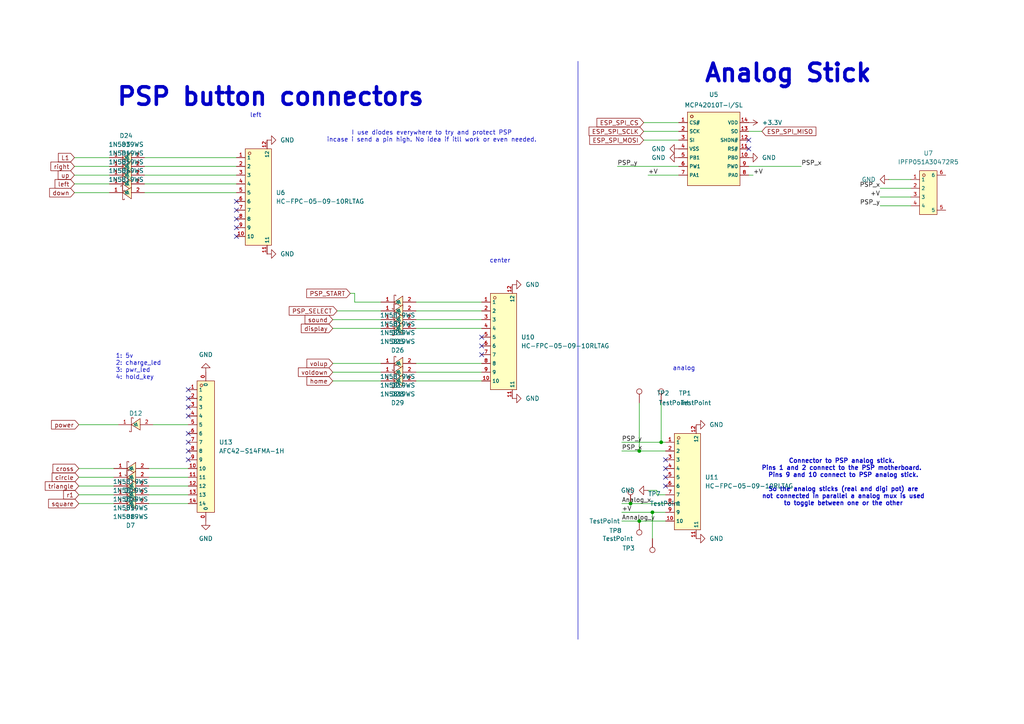
<source format=kicad_sch>
(kicad_sch (version 20231120) (generator "eeschema") (generator_version "8.0")
  (paper "A4")
  (title_block (title "PSP-Bluetooth") (date "2024-07-25") (rev "0.1") (comment 2 "https://github.com/ste2425/PSP-Bluetooth") (comment 4 "UNDER REVIEW - SUBJECT TO CHANGE"))
  (lib_symbols
    (symbol "Connector:TestPoint" (pin_numbers hide) (pin_names (offset 0.762) hide)
      (property "Reference" "TP" (at 0 6.858 0))
      (property "Value" "TestPoint" (at 0 5.08 0))
      (symbol "TestPoint_0_1"
        (circle (center 0 3.302) (radius 0.762))
      )
      (symbol "TestPoint_1_1"
        (pin passive line (at 0 0 90) (length 2.54) (name "1") (number "1"))
      )
    )
    (symbol "JLCPCB_schematic:1N5819WS"
      (property "Reference" "D" (at 0 1.27 0))
      (property "Value" "1N5819WS" (at 0 -2.54 0))
      (symbol "1N5819WS_0_1"
        (polyline (pts (xy -1.27 0) (xy -1.27 -2.032) (xy -0.762 -2.032) (xy -0.762 -1.778)))
        (polyline (pts (xy -1.27 0) (xy -1.27 2.032) (xy -1.778 2.032) (xy -1.778 1.778)))
        (polyline (pts (xy 1.27 1.524) (xy -1.27 0) (xy 1.27 -1.778) (xy 1.27 1.524)) (fill (type background)))
        (pin unspecified line (at -5.08 0 0) (length 3.81) (name "K") (number "1"))
        (pin unspecified line (at 5.08 0 180) (length 3.81) (name "A") (number "2"))
      )
    )
    (symbol "JLCPCB_schematic:AFC42-S14FMA-1H"
      (property "Reference" "U" (at 0 1.27 0))
      (property "Value" "AFC42-S14FMA-1H" (at 0 -2.54 0))
      (symbol "AFC42-S14FMA-1H_0_1"
        (rectangle (start -2.54 19.05) (end 2.54 -19.05) (fill (type background)))
        (circle (center -1.27 17.78) (radius 0.381) (fill (type background)))
        (pin unspecified line (at 0 -21.59 90) (length 2.54) (name "0") (number "0"))
        (pin unspecified line (at 0 21.59 270) (length 2.54) (name "0") (number "0"))
        (pin unspecified line (at -5.08 16.51 0) (length 2.54) (name "1") (number "1"))
        (pin unspecified line (at -5.08 -6.35 0) (length 2.54) (name "10") (number "10"))
        (pin unspecified line (at -5.08 -8.89 0) (length 2.54) (name "11") (number "11"))
        (pin unspecified line (at -5.08 -11.43 0) (length 2.54) (name "12") (number "12"))
        (pin unspecified line (at -5.08 -13.97 0) (length 2.54) (name "13") (number "13"))
        (pin unspecified line (at -5.08 -16.51 0) (length 2.54) (name "14") (number "14"))
        (pin unspecified line (at -5.08 13.97 0) (length 2.54) (name "2") (number "2"))
        (pin unspecified line (at -5.08 11.43 0) (length 2.54) (name "3") (number "3"))
        (pin unspecified line (at -5.08 8.89 0) (length 2.54) (name "4") (number "4"))
        (pin unspecified line (at -5.08 6.35 0) (length 2.54) (name "5") (number "5"))
        (pin unspecified line (at -5.08 3.81 0) (length 2.54) (name "6") (number "6"))
        (pin unspecified line (at -5.08 1.27 0) (length 2.54) (name "7") (number "7"))
        (pin unspecified line (at -5.08 -1.27 0) (length 2.54) (name "8") (number "8"))
        (pin unspecified line (at -5.08 -3.81 0) (length 2.54) (name "9") (number "9"))
      )
    )
    (symbol "JLCPCB_schematic:HC-FPC-05-09-10RLTAG"
      (property "Reference" "U" (at 0 1.27 0))
      (property "Value" "HC-FPC-05-09-10RLTAG" (at 0 -2.54 0))
      (symbol "HC-FPC-05-09-10RLTAG_0_1"
        (rectangle (start -2.54 13.97) (end 5.08 -13.97) (fill (type background)))
        (circle (center -1.27 12.7) (radius 0.381) (fill (type background)))
        (pin unspecified line (at -5.08 11.43 0) (length 2.54) (name "1") (number "1"))
        (pin unspecified line (at -5.08 -11.43 0) (length 2.54) (name "10") (number "10"))
        (pin unspecified line (at 3.81 -16.51 90) (length 2.54) (name "11") (number "11"))
        (pin unspecified line (at 3.81 16.51 270) (length 2.54) (name "12") (number "12"))
        (pin unspecified line (at -5.08 8.89 0) (length 2.54) (name "2") (number "2"))
        (pin unspecified line (at -5.08 6.35 0) (length 2.54) (name "3") (number "3"))
        (pin unspecified line (at -5.08 3.81 0) (length 2.54) (name "4") (number "4"))
        (pin unspecified line (at -5.08 1.27 0) (length 2.54) (name "5") (number "5"))
        (pin unspecified line (at -5.08 -1.27 0) (length 2.54) (name "6") (number "6"))
        (pin unspecified line (at -5.08 -3.81 0) (length 2.54) (name "7") (number "7"))
        (pin unspecified line (at -5.08 -6.35 0) (length 2.54) (name "8") (number "8"))
        (pin unspecified line (at -5.08 -8.89 0) (length 2.54) (name "9") (number "9"))
      )
    )
    (symbol "JLCPCB_schematic:IPFP051A30472R5"
      (property "Reference" "U" (at 0 1.27 0))
      (property "Value" "IPFP051A30472R5" (at 0 -2.54 0))
      (symbol "IPFP051A30472R5_0_1"
        (rectangle (start -2.54 6.35) (end 2.54 -6.35) (fill (type background)))
        (circle (center -1.27 5.08) (radius 0.381) (fill (type background)))
        (pin unspecified line (at -5.08 3.81 0) (length 2.54) (name "1") (number "1"))
        (pin unspecified line (at -5.08 1.27 0) (length 2.54) (name "2") (number "2"))
        (pin unspecified line (at -5.08 -1.27 0) (length 2.54) (name "3") (number "3"))
        (pin unspecified line (at -5.08 -3.81 0) (length 2.54) (name "4") (number "4"))
        (pin unspecified line (at 5.08 -5.08 180) (length 2.54) (name "5") (number "5"))
        (pin unspecified line (at 5.08 5.08 180) (length 2.54) (name "6") (number "6"))
      )
    )
    (symbol "JLCPCB_schematic:MCP42010T-I/SL"
      (property "Reference" "U" (at 0 1.27 0))
      (property "Value" "MCP42010T-I{slash}SL" (at 0 -2.54 0))
      (symbol "MCP42010T-I/SL_0_1"
        (rectangle (start -7.62 10.668) (end 7.62 -10.668) (fill (type background)))
        (circle (center -6.35 9.398) (radius 0.381) (fill (type background)))
        (circle (center -6.35 9.398) (radius 0.381) (fill (type background)))
        (pin unspecified line (at -10.16 7.62 0) (length 2.54) (name "CS#") (number "1"))
        (pin unspecified line (at 10.16 -2.54 180) (length 2.54) (name "PB0") (number "10"))
        (pin unspecified line (at 10.16 0 180) (length 2.54) (name "RS#") (number "11"))
        (pin unspecified line (at 10.16 2.54 180) (length 2.54) (name "SHDN#") (number "12"))
        (pin unspecified line (at 10.16 5.08 180) (length 2.54) (name "SO") (number "13"))
        (pin unspecified line (at 10.16 7.62 180) (length 2.54) (name "VDD") (number "14"))
        (pin unspecified line (at -10.16 5.08 0) (length 2.54) (name "SCK") (number "2"))
        (pin unspecified line (at -10.16 2.54 0) (length 2.54) (name "SI") (number "3"))
        (pin unspecified line (at -10.16 0 0) (length 2.54) (name "VSS") (number "4"))
        (pin unspecified line (at -10.16 -2.54 0) (length 2.54) (name "PB1") (number "5"))
        (pin unspecified line (at -10.16 -5.08 0) (length 2.54) (name "PW1") (number "6"))
        (pin unspecified line (at -10.16 -7.62 0) (length 2.54) (name "PA1") (number "7"))
        (pin unspecified line (at 10.16 -7.62 180) (length 2.54) (name "PA0") (number "8"))
        (pin unspecified line (at 10.16 -5.08 180) (length 2.54) (name "PW0") (number "9"))
      )
    )
    (symbol "power:+3.3V" (power) (pin_numbers hide) (pin_names (offset 0) hide)
      (property "Value" "+3.3V" (at 0 3.556 0))
      (symbol "+3.3V_0_1"
        (polyline (pts (xy -0.762 1.27) (xy 0 2.54)))
        (polyline (pts (xy 0 0) (xy 0 2.54)))
        (polyline (pts (xy 0 2.54) (xy 0.762 1.27)))
      )
      (symbol "+3.3V_1_1"
        (pin power_in line (at 0 0 90) (length 0) (name "~") (number "1"))
      )
    )
    (symbol "power:GND" (power) (pin_numbers hide) (pin_names (offset 0) hide)
      (property "Value" "GND" (at 0 -3.81 0))
      (symbol "GND_0_1"
        (polyline (pts (xy 0 0) (xy 0 -1.27) (xy 1.27 -1.27) (xy 0 -2.54) (xy -1.27 -1.27) (xy 0 -1.27)))
      )
      (symbol "GND_1_1"
        (pin power_in line (at 0 0 270) (length 0) (name "~") (number "1"))
      )
    )
  )
  (junction (at 185.42 130.81))
  (junction (at 185.42 151.13))
  (junction (at 191.77 128.27))
  (junction (at 189.23 148.59))
  (junction (at 182.88 146.05))
  (no_connect (at 193.04 135.89))
  (no_connect (at 139.7 97.79))
  (no_connect (at 217.17 43.18))
  (no_connect (at 68.58 63.5))
  (no_connect (at 54.61 113.03))
  (no_connect (at 68.58 66.04))
  (no_connect (at 54.61 125.73))
  (no_connect (at 68.58 58.42))
  (no_connect (at 54.61 133.35))
  (no_connect (at 193.04 140.97))
  (no_connect (at 54.61 115.57))
  (no_connect (at 68.58 68.58))
  (no_connect (at 54.61 128.27))
  (no_connect (at 217.17 40.64))
  (no_connect (at 139.7 100.33))
  (no_connect (at 193.04 133.35))
  (no_connect (at 193.04 138.43))
  (no_connect (at 139.7 102.87))
  (no_connect (at 54.61 120.65))
  (no_connect (at 54.61 130.81))
  (no_connect (at 54.61 118.11))
  (no_connect (at 68.58 60.96))
  (wire (pts (xy 43.18 140.97) (xy 54.61 140.97)))
  (wire (pts (xy 180.34 148.59) (xy 189.23 148.59)))
  (wire (pts (xy 186.69 35.56) (xy 196.85 35.56)))
  (wire (pts (xy 21.59 50.8) (xy 31.75 50.8)))
  (wire (pts (xy 255.27 54.61) (xy 264.16 54.61)))
  (wire (pts (xy 21.59 55.88) (xy 31.75 55.88)))
  (wire (pts (xy 96.52 110.49) (xy 110.49 110.49)))
  (wire (pts (xy 41.91 50.8) (xy 68.58 50.8)))
  (wire (pts (xy 186.69 40.64) (xy 196.85 40.64)))
  (wire (pts (xy 97.79 90.17) (xy 110.49 90.17)))
  (wire (pts (xy 22.86 146.05) (xy 33.02 146.05)))
  (wire (pts (xy 44.45 123.19) (xy 54.61 123.19)))
  (wire (pts (xy 43.18 135.89) (xy 54.61 135.89)))
  (wire (pts (xy 102.87 87.63) (xy 110.49 87.63)))
  (wire (pts (xy 180.34 146.05) (xy 182.88 146.05)))
  (wire (pts (xy 217.17 50.8) (xy 218.44 50.8)))
  (wire (pts (xy 43.18 146.05) (xy 54.61 146.05)))
  (wire (pts (xy 22.86 140.97) (xy 33.02 140.97)))
  (wire (pts (xy 41.91 53.34) (xy 68.58 53.34)))
  (wire (pts (xy 120.65 105.41) (xy 139.7 105.41)))
  (wire (pts (xy 22.86 143.51) (xy 33.02 143.51)))
  (wire (pts (xy 191.77 116.84) (xy 191.77 128.27)))
  (wire (pts (xy 185.42 151.13) (xy 193.04 151.13)))
  (wire (pts (xy 189.23 148.59) (xy 189.23 156.21)))
  (wire (pts (xy 193.04 143.51) (xy 190.5 143.51)))
  (wire (pts (xy 120.65 110.49) (xy 139.7 110.49)))
  (wire (pts (xy 185.42 116.84) (xy 185.42 130.81)))
  (wire (pts (xy 255.27 59.69) (xy 264.16 59.69)))
  (wire (pts (xy 101.6 85.09) (xy 102.87 85.09)))
  (wire (pts (xy 21.59 53.34) (xy 31.75 53.34)))
  (wire (pts (xy 102.87 85.09) (xy 102.87 87.63)))
  (wire (pts (xy 96.52 95.25) (xy 110.49 95.25)))
  (wire (pts (xy 217.17 38.1) (xy 220.98 38.1)))
  (wire (pts (xy 21.59 48.26) (xy 31.75 48.26)))
  (wire (pts (xy 96.52 105.41) (xy 110.49 105.41)))
  (wire (pts (xy 257.81 52.07) (xy 264.16 52.07)))
  (wire (pts (xy 190.5 143.51) (xy 190.5 142.24)))
  (wire (pts (xy 180.34 151.13) (xy 185.42 151.13)))
  (wire (pts (xy 255.27 57.15) (xy 264.16 57.15)))
  (wire (pts (xy 180.34 128.27) (xy 191.77 128.27)))
  (wire (pts (xy 180.34 130.81) (xy 185.42 130.81)))
  (wire (pts (xy 182.88 146.05) (xy 193.04 146.05)))
  (wire (pts (xy 232.41 48.26) (xy 217.17 48.26)))
  (wire (pts (xy 22.86 123.19) (xy 34.29 123.19)))
  (wire (pts (xy 96.52 92.71) (xy 110.49 92.71)))
  (wire (pts (xy 120.65 87.63) (xy 139.7 87.63)))
  (wire (pts (xy 41.91 48.26) (xy 68.58 48.26)))
  (polyline (pts (xy 167.64 17.78) (xy 167.64 185.42)))
  (wire (pts (xy 186.69 38.1) (xy 196.85 38.1)))
  (wire (pts (xy 96.52 107.95) (xy 110.49 107.95)))
  (wire (pts (xy 22.86 135.89) (xy 33.02 135.89)))
  (wire (pts (xy 21.59 45.72) (xy 31.75 45.72)))
  (wire (pts (xy 179.07 48.26) (xy 196.85 48.26)))
  (wire (pts (xy 190.5 142.24) (xy 187.96 142.24)))
  (wire (pts (xy 120.65 95.25) (xy 139.7 95.25)))
  (wire (pts (xy 185.42 130.81) (xy 193.04 130.81)))
  (wire (pts (xy 22.86 138.43) (xy 33.02 138.43)))
  (wire (pts (xy 41.91 45.72) (xy 68.58 45.72)))
  (wire (pts (xy 43.18 143.51) (xy 54.61 143.51)))
  (wire (pts (xy 187.96 50.8) (xy 196.85 50.8)))
  (wire (pts (xy 120.65 107.95) (xy 139.7 107.95)))
  (wire (pts (xy 189.23 148.59) (xy 193.04 148.59)))
  (wire (pts (xy 41.91 55.88) (xy 68.58 55.88)))
  (wire (pts (xy 191.77 128.27) (xy 193.04 128.27)))
  (wire (pts (xy 43.18 138.43) (xy 54.61 138.43)))
  (wire (pts (xy 120.65 90.17) (xy 139.7 90.17)))
  (wire (pts (xy 120.65 92.71) (xy 139.7 92.71)))
  (text "I use diodes everywhere to try and protect PSP\nincase i send a pin high. No idea if itll work or even needed." (at 125.222 39.624 0) (effects (font (size 1.27 1.27))))
  (text "PSP button connectors" (at 78.486 28.194 0) (effects (font (size 5.08 5.08) (thickness 1.016) (bold yes))))
  (text "1: 5v\n2: charge_led\n3: pwr_led\n4: hold_key" (at 33.528 106.426 0) (effects (font (size 1.27 1.27)) (justify left)))
  (text "analog" (at 198.374 106.934 0) (effects (font (size 1.27 1.27))))
  (text "Analog Stick" (at 228.6 21.336 0) (effects (font (size 5.08 5.08) (thickness 1.016) (bold yes))))
  (text "Connector to PSP analog stick. \nPins 1 and 2 connect to the PSP motherboard. \nPins 9 and 10 connect to PSP analog stick.\n\nSo the analog sticks (real and digi pot) are\nnot connected in parallel a analog mux is used\nto toggle between one or the other" (at 244.602 139.954 0) (effects (font (size 1.27 1.27) (bold yes))))
  (text "left" (at 74.168 33.528 0) (effects (font (size 1.27 1.27))))
  (text "center" (at 145.034 75.692 0) (effects (font (size 1.27 1.27))))
  (label "Analog_x" (at 180.34 146.05 0))
  (label "PSP_x" (at 232.41 48.26 0))
  (label "PSP_y" (at 179.07 48.26 0))
  (label "+V" (at 180.34 148.59 0))
  (label "PSP_y" (at 180.34 128.27 0))
  (label "+V" (at 187.96 50.8 0))
  (label "PSP_x" (at 180.34 130.81 0))
  (label "+V" (at 255.27 57.15 180))
  (label "PSP_y" (at 255.27 59.69 180))
  (label "+V" (at 218.44 50.8 0))
  (label "PSP_x" (at 255.27 54.61 180))
  (label "Annalog_y" (at 180.34 151.13 0))
  (global_label "down" (shape input) (at 21.59 55.88 180) (property "Intersheetrefs" "${INTERSHEET_REFS}" (effects (hide yes))))
  (global_label "triangle" (shape input) (at 22.86 140.97 180) (property "Intersheetrefs" "${INTERSHEET_REFS}" (effects (hide yes))))
  (global_label "ESP_SPI_MOSI" (shape input) (at 186.69 40.64 180) (property "Intersheetrefs" "${INTERSHEET_REFS}" (effects (hide yes))))
  (global_label "power" (shape input) (at 22.86 123.19 180) (property "Intersheetrefs" "${INTERSHEET_REFS}" (effects (hide yes))))
  (global_label "up" (shape input) (at 21.59 50.8 180) (property "Intersheetrefs" "${INTERSHEET_REFS}" (effects (hide yes))))
  (global_label "voldown" (shape input) (at 96.52 107.95 180) (property "Intersheetrefs" "${INTERSHEET_REFS}" (effects (hide yes))))
  (global_label "L1" (shape input) (at 21.59 45.72 180) (property "Intersheetrefs" "${INTERSHEET_REFS}" (effects (hide yes))))
  (global_label "circle" (shape input) (at 22.86 138.43 180) (property "Intersheetrefs" "${INTERSHEET_REFS}" (effects (hide yes))))
  (global_label "sound" (shape input) (at 96.52 92.71 180) (property "Intersheetrefs" "${INTERSHEET_REFS}" (effects (hide yes))))
  (global_label "cross" (shape input) (at 22.86 135.89 180) (property "Intersheetrefs" "${INTERSHEET_REFS}" (effects (hide yes))))
  (global_label "ESP_SPI_MISO" (shape input) (at 220.98 38.1 0) (property "Intersheetrefs" "${INTERSHEET_REFS}" (effects (hide yes))))
  (global_label "r1" (shape input) (at 22.86 143.51 180) (property "Intersheetrefs" "${INTERSHEET_REFS}" (effects (hide yes))))
  (global_label "left" (shape input) (at 21.59 53.34 180) (property "Intersheetrefs" "${INTERSHEET_REFS}" (effects (hide yes))))
  (global_label "ESP_SPI_CS" (shape input) (at 186.69 35.56 180) (property "Intersheetrefs" "${INTERSHEET_REFS}" (effects (hide yes))))
  (global_label "volup" (shape input) (at 96.52 105.41 180) (property "Intersheetrefs" "${INTERSHEET_REFS}" (effects (hide yes))))
  (global_label "ESP_SPI_SCLK" (shape input) (at 186.69 38.1 180) (property "Intersheetrefs" "${INTERSHEET_REFS}" (effects (hide yes))))
  (global_label "PSP_SELECT" (shape input) (at 97.79 90.17 180) (property "Intersheetrefs" "${INTERSHEET_REFS}" (effects (hide yes))))
  (global_label "square" (shape input) (at 22.86 146.05 180) (property "Intersheetrefs" "${INTERSHEET_REFS}" (effects (hide yes))))
  (global_label "right" (shape input) (at 21.59 48.26 180) (property "Intersheetrefs" "${INTERSHEET_REFS}" (effects (hide yes))))
  (global_label "home" (shape input) (at 96.52 110.49 180) (property "Intersheetrefs" "${INTERSHEET_REFS}" (effects (hide yes))))
  (global_label "display" (shape input) (at 96.52 95.25 180) (property "Intersheetrefs" "${INTERSHEET_REFS}" (effects (hide yes))))
  (global_label "PSP_START" (shape input) (at 101.6 85.09 180) (property "Intersheetrefs" "${INTERSHEET_REFS}" (effects (hide yes))))
  (symbol (lib_id "power:GND") (at 148.59 82.55 90) (unit 1)
    (property "Reference" "#PWR039" (effects (hide yes)))
    (property "Value" "GND" (at 152.4 82.5499 90) (effects (justify right)))
    (property "Description" "Power symbol creates a global label with name \"GND\" , ground" (effects (hide yes)))
  )
  (symbol (lib_id "Connector:TestPoint") (at 191.77 116.84 0) (unit 1)
    (property "Reference" "TP1" (at 196.85 114.046 0) (effects (justify left)))
    (property "Value" "TestPoint" (at 197.358 116.84 0) (effects (justify left)))
    (property "Footprint" "TestPoint:TestPoint_Pad_D1.0mm" (effects (hide yes)))
    (property "Description" "test point" (effects (hide yes)))
  )
  (symbol (lib_id "Connector:TestPoint") (at 182.88 146.05 0) (unit 1)
    (property "Reference" "TP7" (at 187.96 143.256 0) (effects (justify left)))
    (property "Value" "TestPoint" (at 188.468 146.05 0) (effects (justify left)))
    (property "Footprint" "TestPoint:TestPoint_Pad_D1.0mm" (effects (hide yes)))
    (property "Description" "test point" (effects (hide yes)))
  )
  (symbol (lib_id "power:GND") (at 59.69 107.95 180) (unit 1)
    (property "Reference" "#PWR068" (effects (hide yes)))
    (property "Value" "GND" (at 59.69 102.87 0))
    (property "Description" "Power symbol creates a global label with name \"GND\" , ground" (effects (hide yes)))
  )
  (symbol (lib_id "power:GND") (at 77.47 73.66 90) (unit 1)
    (property "Reference" "#PWR047" (effects (hide yes)))
    (property "Value" "GND" (at 81.28 73.6599 90) (effects (justify right)))
    (property "Description" "Power symbol creates a global label with name \"GND\" , ground" (effects (hide yes)))
  )
  (symbol (lib_id "JLCPCB_schematic:1N5819WS") (at 36.83 53.34 0) (unit 1)
    (property "Reference" "D5" (at 36.576 46.99 0))
    (property "Value" "1N5819WS" (at 36.576 49.53 0))
    (property "Footprint" "JLCPCB_footprint:SOD-323_L1.8-W1.3-LS2.5-RD" (effects (hide yes)))
    (property "Datasheet" "https://item.szlcsc.com/295156.html" (effects (hide yes)))
    (property "Description" "shotkey diode" (effects (hide yes)))
    (property "LCSC" "C191023" (effects (hide yes)))
  )
  (symbol (lib_id "power:GND") (at 59.69 151.13 0) (unit 1)
    (property "Reference" "#PWR069" (effects (hide yes)))
    (property "Value" "GND" (at 59.69 156.21 0))
    (property "Description" "Power symbol creates a global label with name \"GND\" , ground" (effects (hide yes)))
  )
  (symbol (lib_id "JLCPCB_schematic:1N5819WS") (at 38.1 146.05 0) (mirror x) (unit 1)
    (property "Reference" "D7" (at 37.846 152.4 0))
    (property "Value" "1N5819WS" (at 37.846 149.86 0))
    (property "Footprint" "JLCPCB_footprint:SOD-323_L1.8-W1.3-LS2.5-RD" (effects (hide yes)))
    (property "Datasheet" "https://item.szlcsc.com/295156.html" (effects (hide yes)))
    (property "Description" "shotkey diode" (effects (hide yes)))
    (property "LCSC" "C191023" (effects (hide yes)))
  )
  (symbol (lib_id "power:GND") (at 187.96 142.24 270) (unit 1)
    (property "Reference" "#PWR040" (effects (hide yes)))
    (property "Value" "GND" (at 184.15 142.2399 90) (effects (justify right)))
    (property "Description" "Power symbol creates a global label with name \"GND\" , ground" (effects (hide yes)))
  )
  (symbol (lib_id "Connector:TestPoint") (at 189.23 156.21 180) (unit 1)
    (property "Reference" "TP3" (at 184.15 159.004 0) (effects (justify left)))
    (property "Value" "TestPoint" (at 183.642 156.21 0) (effects (justify left)))
    (property "Footprint" "TestPoint:TestPoint_Pad_D1.0mm" (effects (hide yes)))
    (property "Description" "test point" (effects (hide yes)))
  )
  (symbol (lib_id "JLCPCB_schematic:1N5819WS") (at 38.1 138.43 0) (mirror x) (unit 1)
    (property "Reference" "D10" (at 37.846 144.78 0))
    (property "Value" "1N5819WS" (at 37.846 142.24 0))
    (property "Footprint" "JLCPCB_footprint:SOD-323_L1.8-W1.3-LS2.5-RD" (effects (hide yes)))
    (property "Datasheet" "https://item.szlcsc.com/295156.html" (effects (hide yes)))
    (property "Description" "shotkey diode" (effects (hide yes)))
    (property "LCSC" "C191023" (effects (hide yes)))
  )
  (symbol (lib_id "JLCPCB_schematic:HC-FPC-05-09-10RLTAG") (at 73.66 57.15 0) (unit 1)
    (property "Reference" "U6" (at 80.01 55.8799 0) (effects (justify left)))
    (property "Value" "HC-FPC-05-09-10RLTAG" (at 80.01 58.4199 0) (effects (justify left)))
    (property "Footprint" "JLCPCB_footprint:FPC-SMD_10P-P0.50_HC-FPC-05-09-10RLTAG" (effects (hide yes)))
    (property "Datasheet" "https://atta.szlcsc.com/upload/public/pdf/source/20221026/52A26161A88FCE07A06989F8D4399614.pdf" (effects (hide yes)))
    (property "LCSC" "C5213750" (effects (hide yes)))
  )
  (symbol (lib_id "JLCPCB_schematic:HC-FPC-05-09-10RLTAG") (at 144.78 99.06 0) (unit 1)
    (property "Reference" "U10" (at 151.13 97.7899 0) (effects (justify left)))
    (property "Value" "HC-FPC-05-09-10RLTAG" (at 151.13 100.3299 0) (effects (justify left)))
    (property "Footprint" "JLCPCB_footprint:FPC-SMD_10P-P0.50_HC-FPC-05-09-10RLTAG" (effects (hide yes)))
    (property "Datasheet" "https://atta.szlcsc.com/upload/public/pdf/source/20221026/52A26161A88FCE07A06989F8D4399614.pdf" (effects (hide yes)))
    (property "LCSC" "C5213750" (effects (hide yes)))
  )
  (symbol (lib_id "power:+3.3V") (at 217.17 35.56 270) (unit 1)
    (property "Reference" "#PWR024" (effects (hide yes)))
    (property "Value" "+3.3V" (at 220.98 35.5599 90) (effects (justify left)))
    (property "Description" "Power symbol creates a global label with name \"+3.3V\"" (effects (hide yes)))
  )
  (symbol (lib_id "JLCPCB_schematic:1N5819WS") (at 115.57 87.63 0) (mirror x) (unit 1)
    (property "Reference" "D1" (at 115.316 93.98 0))
    (property "Value" "1N5819WS" (at 115.316 91.44 0))
    (property "Footprint" "JLCPCB_footprint:SOD-323_L1.8-W1.3-LS2.5-RD" (effects (hide yes)))
    (property "Datasheet" "https://item.szlcsc.com/295156.html" (effects (hide yes)))
    (property "Description" "shotkey diode" (effects (hide yes)))
    (property "LCSC" "C191023" (effects (hide yes)))
  )
  (symbol (lib_id "JLCPCB_schematic:1N5819WS") (at 36.83 45.72 0) (unit 1)
    (property "Reference" "D24" (at 36.576 39.37 0))
    (property "Value" "1N5819WS" (at 36.576 41.91 0))
    (property "Footprint" "JLCPCB_footprint:SOD-323_L1.8-W1.3-LS2.5-RD" (effects (hide yes)))
    (property "Datasheet" "https://item.szlcsc.com/295156.html" (effects (hide yes)))
    (property "Description" "shotkey diode" (effects (hide yes)))
    (property "LCSC" "C191023" (effects (hide yes)))
  )
  (symbol (lib_id "JLCPCB_schematic:AFC42-S14FMA-1H") (at 59.69 129.54 0) (unit 1)
    (property "Reference" "U13" (at 63.5 128.2699 0) (effects (justify left)))
    (property "Value" "AFC42-S14FMA-1H" (at 63.5 130.8099 0) (effects (justify left)))
    (property "Footprint" "JLCPCB_footprint:CONN-SMD_14P-P0.50_L3.1-W9.0" (effects (hide yes)))
    (property "Datasheet" "https://item.szlcsc.com/472046.html?ref=editor&logined=true" (effects (hide yes)))
    (property "Description" "14pin 0.5mm pitch 1mm height top/bottom contacts" (effects (hide yes)))
    (property "LCSC" "C466533" (effects (hide yes)))
  )
  (symbol (lib_id "power:GND") (at 217.17 45.72 90) (unit 1)
    (property "Reference" "#PWR027" (effects (hide yes)))
    (property "Value" "GND" (at 220.98 45.7199 90) (effects (justify right)))
    (property "Description" "Power symbol creates a global label with name \"GND\" , ground" (effects (hide yes)))
  )
  (symbol (lib_id "JLCPCB_schematic:1N5819WS") (at 36.83 50.8 0) (unit 1)
    (property "Reference" "D4" (at 36.576 44.45 0))
    (property "Value" "1N5819WS" (at 36.576 46.99 0))
    (property "Footprint" "JLCPCB_footprint:SOD-323_L1.8-W1.3-LS2.5-RD" (effects (hide yes)))
    (property "Datasheet" "https://item.szlcsc.com/295156.html" (effects (hide yes)))
    (property "Description" "shotkey diode" (effects (hide yes)))
    (property "LCSC" "C191023" (effects (hide yes)))
  )
  (symbol (lib_id "JLCPCB_schematic:1N5819WS") (at 38.1 140.97 0) (mirror x) (unit 1)
    (property "Reference" "D9" (at 37.846 147.32 0))
    (property "Value" "1N5819WS" (at 37.846 144.78 0))
    (property "Footprint" "JLCPCB_footprint:SOD-323_L1.8-W1.3-LS2.5-RD" (effects (hide yes)))
    (property "Datasheet" "https://item.szlcsc.com/295156.html" (effects (hide yes)))
    (property "Description" "shotkey diode" (effects (hide yes)))
    (property "LCSC" "C191023" (effects (hide yes)))
  )
  (symbol (lib_id "power:GND") (at 201.93 156.21 90) (unit 1)
    (property "Reference" "#PWR052" (effects (hide yes)))
    (property "Value" "GND" (at 205.74 156.2099 90) (effects (justify right)))
    (property "Description" "Power symbol creates a global label with name \"GND\" , ground" (effects (hide yes)))
  )
  (symbol (lib_id "JLCPCB_schematic:MCP42010T-I/SL") (at 207.01 43.18 0) (unit 1)
    (property "Reference" "U5" (at 207.01 27.432 0))
    (property "Value" "MCP42010T-I/SL" (at 207.01 30.48 0))
    (property "Footprint" "JLCPCB_footprint:SOIC-14_L10.0-W5.5-P1.27-LS7.8-BL" (effects (hide yes)))
    (property "Datasheet" "https://item.szlcsc.com/7181.html" (effects (hide yes)))
    (property "Description" "10k SPI 256 step digital pot" (effects (hide yes)))
    (property "LCSC" "C54781" (effects (hide yes)))
  )
  (symbol (lib_id "JLCPCB_schematic:1N5819WS") (at 115.57 90.17 0) (mirror x) (unit 1)
    (property "Reference" "D20" (at 115.316 96.52 0))
    (property "Value" "1N5819WS" (at 115.316 93.98 0))
    (property "Footprint" "JLCPCB_footprint:SOD-323_L1.8-W1.3-LS2.5-RD" (effects (hide yes)))
    (property "Datasheet" "https://item.szlcsc.com/295156.html" (effects (hide yes)))
    (property "Description" "shotkey diode" (effects (hide yes)))
    (property "LCSC" "C191023" (effects (hide yes)))
  )
  (symbol (lib_id "Connector:TestPoint") (at 185.42 151.13 180) (unit 1)
    (property "Reference" "TP8" (at 180.34 153.924 0) (effects (justify left)))
    (property "Value" "TestPoint" (at 179.832 151.13 0) (effects (justify left)))
    (property "Footprint" "TestPoint:TestPoint_Pad_D1.0mm" (effects (hide yes)))
    (property "Description" "test point" (effects (hide yes)))
  )
  (symbol (lib_id "JLCPCB_schematic:1N5819WS") (at 36.83 48.26 0) (unit 1)
    (property "Reference" "D3" (at 36.576 41.91 0))
    (property "Value" "1N5819WS" (at 36.576 44.45 0))
    (property "Footprint" "JLCPCB_footprint:SOD-323_L1.8-W1.3-LS2.5-RD" (effects (hide yes)))
    (property "Datasheet" "https://item.szlcsc.com/295156.html" (effects (hide yes)))
    (property "Description" "shotkey diode" (effects (hide yes)))
    (property "LCSC" "C191023" (effects (hide yes)))
  )
  (symbol (lib_id "JLCPCB_schematic:IPFP051A30472R5") (at 269.24 55.88 0) (unit 1)
    (property "Reference" "U7" (at 269.24 44.45 0))
    (property "Value" "IPFP051A30472R5" (at 269.24 46.99 0))
    (property "Footprint" "JLCPCB_footprint:FPC-SMD_4P-P0.50_C9900013912" (effects (hide yes)))
    (property "Datasheet" "https://img.jlc.com/image//data/smt-stock-produce/componentSizePhoto/2022-04-12/ea2c04014117488b9578fa04d79ee18d/BG2204100159_D22032900071_font.png" (effects (hide yes)))
    (property "LCSC" "C5127055" (effects (hide yes)))
  )
  (symbol (lib_id "power:GND") (at 77.47 40.64 90) (unit 1)
    (property "Reference" "#PWR044" (effects (hide yes)))
    (property "Value" "GND" (at 81.28 40.6399 90) (effects (justify right)))
    (property "Description" "Power symbol creates a global label with name \"GND\" , ground" (effects (hide yes)))
  )
  (symbol (lib_id "power:GND") (at 201.93 123.19 90) (unit 1)
    (property "Reference" "#PWR051" (effects (hide yes)))
    (property "Value" "GND" (at 205.74 123.1899 90) (effects (justify right)))
    (property "Description" "Power symbol creates a global label with name \"GND\" , ground" (effects (hide yes)))
  )
  (symbol (lib_id "JLCPCB_schematic:1N5819WS") (at 115.57 110.49 0) (mirror x) (unit 1)
    (property "Reference" "D29" (at 115.316 116.84 0))
    (property "Value" "1N5819WS" (at 115.316 114.3 0))
    (property "Footprint" "JLCPCB_footprint:SOD-323_L1.8-W1.3-LS2.5-RD" (effects (hide yes)))
    (property "Datasheet" "https://item.szlcsc.com/295156.html" (effects (hide yes)))
    (property "Description" "shotkey diode" (effects (hide yes)))
    (property "LCSC" "C191023" (effects (hide yes)))
  )
  (symbol (lib_id "power:GND") (at 257.81 52.07 270) (unit 1)
    (property "Reference" "#PWR037" (effects (hide yes)))
    (property "Value" "GND" (at 254 52.0699 90) (effects (justify right)))
    (property "Description" "Power symbol creates a global label with name \"GND\" , ground" (effects (hide yes)))
  )
  (symbol (lib_id "JLCPCB_schematic:1N5819WS") (at 115.57 95.25 0) (mirror x) (unit 1)
    (property "Reference" "D26" (at 115.316 101.6 0))
    (property "Value" "1N5819WS" (at 115.316 99.06 0))
    (property "Footprint" "JLCPCB_footprint:SOD-323_L1.8-W1.3-LS2.5-RD" (effects (hide yes)))
    (property "Datasheet" "https://item.szlcsc.com/295156.html" (effects (hide yes)))
    (property "Description" "shotkey diode" (effects (hide yes)))
    (property "LCSC" "C191023" (effects (hide yes)))
  )
  (symbol (lib_id "power:GND") (at 148.59 115.57 90) (unit 1)
    (property "Reference" "#PWR065" (effects (hide yes)))
    (property "Value" "GND" (at 152.4 115.5699 90) (effects (justify right)))
    (property "Description" "Power symbol creates a global label with name \"GND\" , ground" (effects (hide yes)))
  )
  (symbol (lib_id "power:GND") (at 196.85 43.18 270) (unit 1)
    (property "Reference" "#PWR025" (effects (hide yes)))
    (property "Value" "GND" (at 193.04 43.1799 90) (effects (justify right)))
    (property "Description" "Power symbol creates a global label with name \"GND\" , ground" (effects (hide yes)))
  )
  (symbol (lib_id "JLCPCB_schematic:HC-FPC-05-09-10RLTAG") (at 198.12 139.7 0) (unit 1)
    (property "Reference" "U11" (at 204.47 138.4299 0) (effects (justify left)))
    (property "Value" "HC-FPC-05-09-10RLTAG" (at 204.47 140.9699 0) (effects (justify left)))
    (property "Footprint" "JLCPCB_footprint:FPC-SMD_10P-P0.50_HC-FPC-05-09-10RLTAG" (effects (hide yes)))
    (property "Datasheet" "https://atta.szlcsc.com/upload/public/pdf/source/20221026/52A26161A88FCE07A06989F8D4399614.pdf" (effects (hide yes)))
    (property "LCSC" "C5213750" (effects (hide yes)))
  )
  (symbol (lib_id "JLCPCB_schematic:1N5819WS") (at 36.83 55.88 0) (unit 1)
    (property "Reference" "D6" (at 36.576 49.53 0))
    (property "Value" "1N5819WS" (at 36.576 52.07 0))
    (property "Footprint" "JLCPCB_footprint:SOD-323_L1.8-W1.3-LS2.5-RD" (effects (hide yes)))
    (property "Datasheet" "https://item.szlcsc.com/295156.html" (effects (hide yes)))
    (property "Description" "shotkey diode" (effects (hide yes)))
    (property "LCSC" "C191023" (effects (hide yes)))
  )
  (symbol (lib_id "JLCPCB_schematic:1N5819WS") (at 38.1 143.51 0) (mirror x) (unit 1)
    (property "Reference" "D8" (at 37.846 149.86 0))
    (property "Value" "1N5819WS" (at 37.846 147.32 0))
    (property "Footprint" "JLCPCB_footprint:SOD-323_L1.8-W1.3-LS2.5-RD" (effects (hide yes)))
    (property "Datasheet" "https://item.szlcsc.com/295156.html" (effects (hide yes)))
    (property "Description" "shotkey diode" (effects (hide yes)))
    (property "LCSC" "C191023" (effects (hide yes)))
  )
  (symbol (lib_id "JLCPCB_schematic:1N5819WS") (at 115.57 107.95 0) (mirror x) (unit 1)
    (property "Reference" "D28" (at 115.316 114.3 0))
    (property "Value" "1N5819WS" (at 115.316 111.76 0))
    (property "Footprint" "JLCPCB_footprint:SOD-323_L1.8-W1.3-LS2.5-RD" (effects (hide yes)))
    (property "Datasheet" "https://item.szlcsc.com/295156.html" (effects (hide yes)))
    (property "Description" "shotkey diode" (effects (hide yes)))
    (property "LCSC" "C191023" (effects (hide yes)))
  )
  (symbol (lib_id "power:GND") (at 196.85 45.72 270) (unit 1)
    (property "Reference" "#PWR026" (effects (hide yes)))
    (property "Value" "GND" (at 193.04 45.7199 90) (effects (justify right)))
    (property "Description" "Power symbol creates a global label with name \"GND\" , ground" (effects (hide yes)))
  )
  (symbol (lib_id "JLCPCB_schematic:1N5819WS") (at 115.57 105.41 0) (mirror x) (unit 1)
    (property "Reference" "D27" (at 115.316 111.76 0))
    (property "Value" "1N5819WS" (at 115.316 109.22 0))
    (property "Footprint" "JLCPCB_footprint:SOD-323_L1.8-W1.3-LS2.5-RD" (effects (hide yes)))
    (property "Datasheet" "https://item.szlcsc.com/295156.html" (effects (hide yes)))
    (property "Description" "shotkey diode" (effects (hide yes)))
    (property "LCSC" "C191023" (effects (hide yes)))
  )
  (symbol (lib_id "JLCPCB_schematic:1N5819WS") (at 39.37 123.19 0) (mirror x) (unit 1)
    (property "Reference" "D12" (at 39.37 119.888 0))
    (property "Value" "1N5819WS" (effects (hide yes)))
    (property "Footprint" "JLCPCB_footprint:SOD-323_L1.8-W1.3-LS2.5-RD" (effects (hide yes)))
    (property "Datasheet" "https://item.szlcsc.com/295156.html" (effects (hide yes)))
    (property "Description" "shotkey diode" (effects (hide yes)))
    (property "LCSC" "C191023" (effects (hide yes)))
  )
  (symbol (lib_id "JLCPCB_schematic:1N5819WS") (at 38.1 135.89 0) (mirror x) (unit 1)
    (property "Reference" "D11" (at 37.846 142.24 0))
    (property "Value" "1N5819WS" (at 37.846 139.7 0))
    (property "Footprint" "JLCPCB_footprint:SOD-323_L1.8-W1.3-LS2.5-RD" (effects (hide yes)))
    (property "Datasheet" "https://item.szlcsc.com/295156.html" (effects (hide yes)))
    (property "Description" "shotkey diode" (effects (hide yes)))
    (property "LCSC" "C191023" (effects (hide yes)))
  )
  (symbol (lib_id "JLCPCB_schematic:1N5819WS") (at 115.57 92.71 0) (mirror x) (unit 1)
    (property "Reference" "D25" (at 115.316 99.06 0))
    (property "Value" "1N5819WS" (at 115.316 96.52 0))
    (property "Footprint" "JLCPCB_footprint:SOD-323_L1.8-W1.3-LS2.5-RD" (effects (hide yes)))
    (property "Datasheet" "https://item.szlcsc.com/295156.html" (effects (hide yes)))
    (property "Description" "shotkey diode" (effects (hide yes)))
    (property "LCSC" "C191023" (effects (hide yes)))
  )
  (symbol (lib_id "Connector:TestPoint") (at 185.42 116.84 0) (unit 1)
    (property "Reference" "TP2" (at 190.5 114.046 0) (effects (justify left)))
    (property "Value" "TestPoint" (at 191.008 116.84 0) (effects (justify left)))
    (property "Footprint" "TestPoint:TestPoint_Pad_D1.0mm" (effects (hide yes)))
    (property "Description" "test point" (effects (hide yes)))
  )
)
</source>
